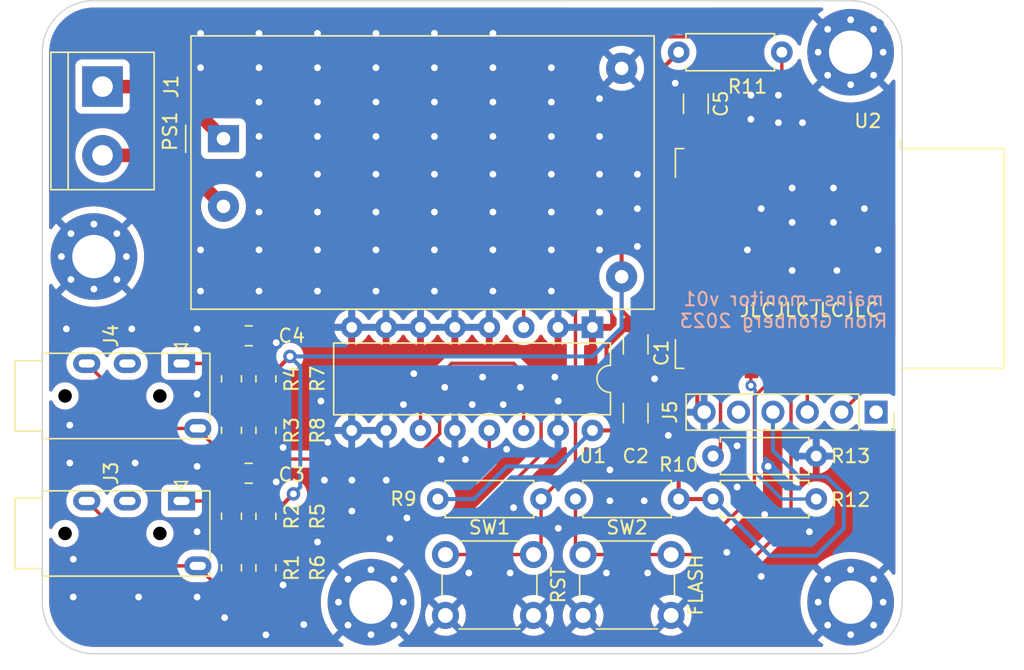
<source format=kicad_pcb>
(kicad_pcb (version 20211014) (generator pcbnew)
  (layers (0 "F.Cu" signal) (31 "B.Cu" signal) (34 "B.Paste" user) (35 "F.Paste" user) (36 "B.SilkS" user "B.Silkscreen") (37 "F.SilkS" user "F.Silkscreen") (38 "B.Mask" user) (39 "F.Mask" user) (44 "Edge.Cuts" user))
  (net 0 "")
  (net 1 "GND")
  (net 2 "+3.3V")
  (net 3 "/CT1_L")
  (net 4 "/CT1_K")
  (net 5 "/CT2_L")
  (net 6 "/CT2_K")
  (net 8 "/SERIAL_RX")
  (net 9 "/SERIAL_TX")
  (net 11 "/HOT")
  (net 12 "/COMMON")
  (net 13 "/RST")
  (net 14 "/FLASH")
  (net 15 "/EN")
  (net 16 "/HI_BOOT")
  (net 17 "/LOW_BOOT")
  (net 18 "/SENSE")
  (net 19 "/SEL")
  (net 31 "Net-(R1-Pad2)")
  (net 32 "Net-(R3-Pad2)")
  (footprint "Capacitor_SMD:C_1206_3216Metric" (layer "F.Cu") (at 64.135 55.88 90)
    (fp_text reference "C2" (at -3.175 0) (layer "F.SilkS"))
    (fp_text value "0.1uF")
    (pad "1" smd roundrect (at -1.475 0 90) (size 1.15 1.8) (layers "F.Cu" "F.Paste" "F.Mask") (roundrect_rratio 0.2173913043) (net 2 "+3.3V"))
    (pad "2" smd roundrect (at 1.475 0 90) (size 1.15 1.8) (layers "F.Cu" "F.Paste" "F.Mask") (roundrect_rratio 0.2173913043) (net 1 "GND"))
  )
  (footprint "RF_Module:ESP-12E" (layer "F.Cu") (at 79.19 44.45 -90)
    (fp_text reference "U2" (at -10.16 -2.09 180) (layer "F.SilkS"))
    (fp_text value "ESP-12F")
    (pad "1" smd rect (at -7.6 -3.5 270) (size 2.5 1) (layers "F.Cu" "F.Paste" "F.Mask") (net 13 "/RST"))
    (pad "2" smd rect (at -7.6 -1.5 270) (size 2.5 1) (layers "F.Cu" "F.Paste" "F.Mask") (net 18 "/SENSE"))
    (pad "3" smd rect (at -7.6 0.5 270) (size 2.5 1) (layers "F.Cu" "F.Paste" "F.Mask") (net 15 "/EN"))
    (pad "4" smd rect (at -7.6 2.5 270) (size 2.5 1) (layers "F.Cu" "F.Paste" "F.Mask"))
    (pad "5" smd rect (at -7.6 4.5 270) (size 2.5 1) (layers "F.Cu" "F.Paste" "F.Mask"))
    (pad "6" smd rect (at -7.6 6.5 270) (size 2.5 1) (layers "F.Cu" "F.Paste" "F.Mask"))
    (pad "7" smd rect (at -7.6 8.5 270) (size 2.5 1) (layers "F.Cu" "F.Paste" "F.Mask"))
    (pad "8" smd rect (at -7.6 10.5 270) (size 2.5 1) (layers "F.Cu" "F.Paste" "F.Mask") (net 2 "+3.3V"))
    (pad "9" smd rect (at -5 12 270) (size 1 1.8) (layers "F.Cu" "F.Paste" "F.Mask"))
    (pad "10" smd rect (at -3 12 270) (size 1 1.8) (layers "F.Cu" "F.Paste" "F.Mask"))
    (pad "11" smd rect (at -1 12 270) (size 1 1.8) (layers "F.Cu" "F.Paste" "F.Mask"))
    (pad "12" smd rect (at 1 12 270) (size 1 1.8) (layers "F.Cu" "F.Paste" "F.Mask"))
    (pad "13" smd rect (at 3 12 270) (size 1 1.8) (layers "F.Cu" "F.Paste" "F.Mask"))
    (pad "14" smd rect (at 5 12 270) (size 1 1.8) (layers "F.Cu" "F.Paste" "F.Mask"))
    (pad "15" smd rect (at 7.6 10.5 270) (size 2.5 1) (layers "F.Cu" "F.Paste" "F.Mask") (net 1 "GND"))
    (pad "16" smd rect (at 7.6 8.5 270) (size 2.5 1) (layers "F.Cu" "F.Paste" "F.Mask") (net 17 "/LOW_BOOT"))
    (pad "17" smd rect (at 7.6 6.5 270) (size 2.5 1) (layers "F.Cu" "F.Paste" "F.Mask") (net 16 "/HI_BOOT"))
    (pad "18" smd rect (at 7.6 4.5 270) (size 2.5 1) (layers "F.Cu" "F.Paste" "F.Mask") (net 14 "/FLASH"))
    (pad "19" smd rect (at 7.6 2.5 270) (size 2.5 1) (layers "F.Cu" "F.Paste" "F.Mask") (net 19 "/SEL"))
    (pad "20" smd rect (at 7.6 0.5 270) (size 2.5 1) (layers "F.Cu" "F.Paste" "F.Mask"))
    (pad "21" smd rect (at 7.6 -1.5 270) (size 2.5 1) (layers "F.Cu" "F.Paste" "F.Mask") (net 9 "/SERIAL_TX"))
    (pad "22" smd rect (at 7.6 -3.5 270) (size 2.5 1) (layers "F.Cu" "F.Paste" "F.Mask") (net 8 "/SERIAL_RX"))
    (zone (net 0) (net_name "") (layers *.Cu) (connect_pads (clearance 0)) (min_thickness 0.254)
      (keepout (tracks not_allowed) (vias not_allowed) (pads not_allowed) (copperpour not_allowed) (footprints not_allowed))
      (fill (thermal_gap 0.508) (thermal_bridge_width 0.508))
      (polygon (pts (xy 83.99 36.33) (xy 83.99 52.57) (xy 91.31 52.57) (xy 91.31 36.33)))
    )
  )
  (footprint "Button_Switch_THT:SW_PUSH_6mm" (layer "F.Cu") (at 50.09 66.33)
    (fp_text reference "SW1" (at 3.25 -2) (layer "F.SilkS"))
    (fp_text value "RST" (at 8.33 2.25 270) (layer "F.SilkS"))
    (pad "1" thru_hole circle (at 0 0 90) (size 2 2) (drill 1.1) (layers *.Cu *.Mask) (net 13 "/RST"))
    (pad "1" thru_hole circle (at 6.5 0 90) (size 2 2) (drill 1.1) (layers *.Cu *.Mask) (net 13 "/RST"))
    (pad "2" thru_hole circle (at 6.5 4.5 90) (size 2 2) (drill 1.1) (layers *.Cu *.Mask) (net 1 "GND"))
    (pad "2" thru_hole circle (at 0 4.5 90) (size 2 2) (drill 1.1) (layers *.Cu *.Mask) (net 1 "GND"))
  )
  (footprint "Resistor_SMD:R_0805_2012Metric" (layer "F.Cu") (at 36.83 63.5075 -90)
    (fp_text reference "R5" (at 0 -3.81 90) (layer "F.SilkS"))
    (fp_text value "100KR")
    (pad "1" smd roundrect (at -0.9125 0 270) (size 1.025 1.4) (layers "F.Cu" "F.Paste" "F.Mask") (roundrect_rratio 0.243902439) (net 2 "+3.3V"))
    (pad "2" smd roundrect (at 0.9125 0 270) (size 1.025 1.4) (layers "F.Cu" "F.Paste" "F.Mask") (roundrect_rratio 0.243902439) (net 4 "/CT1_K"))
  )
  (footprint "Resistor_SMD:R_0805_2012Metric" (layer "F.Cu") (at 36.83 53.3475 -90)
    (fp_text reference "R7" (at 0 -3.81 90) (layer "F.SilkS"))
    (fp_text value "100KR")
    (pad "1" smd roundrect (at -0.9125 0 270) (size 1.025 1.4) (layers "F.Cu" "F.Paste" "F.Mask") (roundrect_rratio 0.243902439) (net 2 "+3.3V"))
    (pad "2" smd roundrect (at 0.9125 0 270) (size 1.025 1.4) (layers "F.Cu" "F.Paste" "F.Mask") (roundrect_rratio 0.243902439) (net 6 "/CT2_K"))
  )
  (footprint "MountingHole:MountingHole_3.2mm_M3_Pad_Via" (layer "F.Cu") (at 80.01 69.85)
    (fp_text reference "H3" hide)
    (fp_text value "MountingHole_Pad")
    (pad "1" thru_hole circle (at -1.697056 1.697056) (size 0.8 0.8) (drill 0.5) (layers *.Cu *.Mask) (net 1 "GND"))
    (pad "1" thru_hole circle (at 0 2.4) (size 0.8 0.8) (drill 0.5) (layers *.Cu *.Mask) (net 1 "GND"))
    (pad "1" thru_hole circle (at 0 -2.4) (size 0.8 0.8) (drill 0.5) (layers *.Cu *.Mask) (net 1 "GND"))
    (pad "1" thru_hole circle (at 1.697056 -1.697056) (size 0.8 0.8) (drill 0.5) (layers *.Cu *.Mask) (net 1 "GND"))
    (pad "1" thru_hole circle (at 0 0) (size 6.4 6.4) (drill 3.2) (layers *.Cu *.Mask) (net 1 "GND"))
    (pad "1" thru_hole circle (at -2.4 0) (size 0.8 0.8) (drill 0.5) (layers *.Cu *.Mask) (net 1 "GND"))
    (pad "1" thru_hole circle (at -1.697056 -1.697056) (size 0.8 0.8) (drill 0.5) (layers *.Cu *.Mask) (net 1 "GND"))
    (pad "1" thru_hole circle (at 1.697056 1.697056) (size 0.8 0.8) (drill 0.5) (layers *.Cu *.Mask) (net 1 "GND"))
    (pad "1" thru_hole circle (at 2.4 0) (size 0.8 0.8) (drill 0.5) (layers *.Cu *.Mask) (net 1 "GND"))
  )
  (footprint "Resistor_THT:R_Axial_DIN0207_L6.3mm_D2.5mm_P7.62mm_Horizontal" (layer "F.Cu") (at 67.31 29.21)
    (fp_text reference "R11" (at 5.08 2.54) (layer "F.SilkS"))
    (fp_text value "10KR")
    (pad "1" thru_hole circle (at 0 0) (size 1.6 1.6) (drill 0.8) (layers *.Cu *.Mask) (net 2 "+3.3V"))
    (pad "2" thru_hole oval (at 7.62 0) (size 1.6 1.6) (drill 0.8) (layers *.Cu *.Mask) (net 15 "/EN"))
  )
  (footprint "MountingHole:MountingHole_3.2mm_M3_Pad_Via" (layer "F.Cu") (at 24.13 44.31)
    (fp_text reference "H1" hide)
    (fp_text value "MountingHole_Pad")
    (pad "1" thru_hole circle (at -1.697056 -1.697056) (size 0.8 0.8) (drill 0.5) (layers *.Cu *.Mask) (net 1 "GND"))
    (pad "1" thru_hole circle (at 1.697056 -1.697056) (size 0.8 0.8) (drill 0.5) (layers *.Cu *.Mask) (net 1 "GND"))
    (pad "1" thru_hole circle (at -2.4 0) (size 0.8 0.8) (drill 0.5) (layers *.Cu *.Mask) (net 1 "GND"))
    (pad "1" thru_hole circle (at 2.4 0) (size 0.8 0.8) (drill 0.5) (layers *.Cu *.Mask) (net 1 "GND"))
    (pad "1" thru_hole circle (at 1.697056 1.697056) (size 0.8 0.8) (drill 0.5) (layers *.Cu *.Mask) (net 1 "GND"))
    (pad "1" thru_hole circle (at -1.697056 1.697056) (size 0.8 0.8) (drill 0.5) (layers *.Cu *.Mask) (net 1 "GND"))
    (pad "1" thru_hole circle (at 0 -2.4) (size 0.8 0.8) (drill 0.5) (layers *.Cu *.Mask) (net 1 "GND"))
    (pad "1" thru_hole circle (at 0 2.4) (size 0.8 0.8) (drill 0.5) (layers *.Cu *.Mask) (net 1 "GND"))
    (pad "1" thru_hole circle (at 0 0) (size 6.4 6.4) (drill 3.2) (layers *.Cu *.Mask) (net 1 "GND"))
  )
  (footprint "Resistor_SMD:R_0805_2012Metric" (layer "F.Cu") (at 34.29 53.34 90)
    (fp_text reference "R4" (at -0.0075 4.445 90) (layer "F.SilkS"))
    (fp_text value "3.3R")
    (pad "1" smd roundrect (at -0.9125 0 90) (size 1.025 1.4) (layers "F.Cu" "F.Paste" "F.Mask") (roundrect_rratio 0.243902439) (net 32 "Net-(R3-Pad2)"))
    (pad "2" smd roundrect (at 0.9125 0 90) (size 1.025 1.4) (layers "F.Cu" "F.Paste" "F.Mask") (roundrect_rratio 0.243902439) (net 6 "/CT2_K"))
  )
  (footprint "Capacitor_SMD:C_1206_3216Metric" (layer "F.Cu") (at 64.135 50.8 -90)
    (fp_text reference "C1" (at 0.635 -1.905 90) (layer "F.SilkS"))
    (fp_text value "10uF")
    (pad "1" smd roundrect (at -1.475 0 270) (size 1.15 1.8) (layers "F.Cu" "F.Paste" "F.Mask") (roundrect_rratio 0.2173913043) (net 2 "+3.3V"))
    (pad "2" smd roundrect (at 1.475 0 270) (size 1.15 1.8) (layers "F.Cu" "F.Paste" "F.Mask") (roundrect_rratio 0.2173913043) (net 1 "GND"))
  )
  (footprint "Resistor_SMD:R_0805_2012Metric" (layer "F.Cu") (at 36.83 57.1575 -90)
    (fp_text reference "R8" (at 0 -3.81 90) (layer "F.SilkS"))
    (fp_text value "18KR")
    (pad "1" smd roundrect (at -0.9125 0 270) (size 1.025 1.4) (layers "F.Cu" "F.Paste" "F.Mask") (roundrect_rratio 0.243902439) (net 6 "/CT2_K"))
    (pad "2" smd roundrect (at 0.9125 0 270) (size 1.025 1.4) (layers "F.Cu" "F.Paste" "F.Mask") (roundrect_rratio 0.243902439) (net 1 "GND"))
  )
  (footprint "Resistor_SMD:R_0805_2012Metric" (layer "F.Cu") (at 34.29 63.5 90)
    (fp_text reference "R2" (at 0 4.445 90) (layer "F.SilkS"))
    (fp_text value "3.3R")
    (pad "1" smd roundrect (at -0.9125 0 90) (size 1.025 1.4) (layers "F.Cu" "F.Paste" "F.Mask") (roundrect_rratio 0.243902439) (net 31 "Net-(R1-Pad2)"))
    (pad "2" smd roundrect (at 0.9125 0 90) (size 1.025 1.4) (layers "F.Cu" "F.Paste" "F.Mask") (roundrect_rratio 0.243902439) (net 4 "/CT1_K"))
  )
  (footprint "Connector_PinSocket_2.54mm:PinSocket_1x06_P2.54mm_Vertical" (layer "F.Cu") (at 81.89 55.805 -90)
    (fp_text reference "J5" (at 0 15.215 90) (layer "F.SilkS"))
    (fp_text value "Conn_01x06_Female")
    (pad "1" thru_hole rect (at 0 0 270) (size 1.7 1.7) (drill 1) (layers *.Cu *.Mask))
    (pad "2" thru_hole oval (at 0 2.54 270) (size 1.7 1.7) (drill 1) (layers *.Cu *.Mask) (net 8 "/SERIAL_RX"))
    (pad "3" thru_hole oval (at 0 5.08 270) (size 1.7 1.7) (drill 1) (layers *.Cu *.Mask) (net 9 "/SERIAL_TX"))
    (pad "4" thru_hole oval (at 0 7.62 270) (size 1.7 1.7) (drill 1) (layers *.Cu *.Mask) (net 2 "+3.3V"))
    (pad "5" thru_hole oval (at 0 10.16 270) (size 1.7 1.7) (drill 1) (layers *.Cu *.Mask))
    (pad "6" thru_hole oval (at 0 12.7 270) (size 1.7 1.7) (drill 1) (layers *.Cu *.Mask) (net 1 "GND"))
  )
  (footprint "Resistor_THT:R_Axial_DIN0207_L6.3mm_D2.5mm_P7.62mm_Horizontal" (layer "F.Cu") (at 69.85 59.055)
    (fp_text reference "R13" (at 10.16 0) (layer "F.SilkS"))
    (fp_text value "10KR")
    (pad "1" thru_hole circle (at 0 0) (size 1.6 1.6) (drill 0.8) (layers *.Cu *.Mask) (net 17 "/LOW_BOOT"))
    (pad "2" thru_hole oval (at 7.62 0) (size 1.6 1.6) (drill 0.8) (layers *.Cu *.Mask) (net 1 "GND"))
  )
  (footprint "PJ-320A:Jack_3.5mm_PJ320A_Horizontal" (layer "F.Cu") (at 25.4 64.77 90)
    (fp_text reference "J3" (at 4.445 0 90) (layer "F.SilkS"))
    (fp_text value "AudioPlug3")
    (pad "" np_thru_hole circle (at 0 3.6) (size 1 1) (drill 1) (layers *.Mask))
    (pad "" np_thru_hole circle (at 0 -3.4) (size 1 1) (drill 1) (layers *.Mask))
    (pad "R" thru_hole oval (at 2.4 1.2) (size 2 1.4) (drill oval 1.2 0.6) (layers *.Cu *.Mask))
    (pad "S" thru_hole oval (at -2.4 6.4) (size 2 1.4) (drill oval 1.2 0.6) (layers *.Cu *.Mask) (net 3 "/CT1_L"))
    (pad "S" thru_hole oval (at 2.4 -1.8) (size 2 1.4) (drill oval 1.2 0.6) (layers *.Cu *.Mask) (net 3 "/CT1_L"))
    (pad "T" thru_hole rect (at 2.4 5.2) (size 2 1.4) (drill oval 1.2 0.6) (layers *.Cu *.Mask) (net 4 "/CT1_K"))
  )
  (footprint "TerminalBlock:TerminalBlock_bornier-2_P5.08mm" (layer "F.Cu") (at 24.765 31.75 -90)
    (fp_text reference "J1" (at 0 -5.08 -90) (layer "F.SilkS"))
    (fp_text value "Screw_Terminal_01x02")
    (pad "1" thru_hole rect (at 0 0 270) (size 3 3) (drill 1.52) (layers *.Cu *.Mask) (net 11 "/HOT"))
    (pad "2" thru_hole circle (at 5.08 0 270) (size 3 3) (drill 1.52) (layers *.Cu *.Mask) (net 12 "/COMMON"))
  )
  (footprint "Resistor_THT:R_Axial_DIN0207_L6.3mm_D2.5mm_P7.62mm_Horizontal" (layer "F.Cu") (at 49.53 62.23)
    (fp_text reference "R9" (at -2.54 -0.01) (layer "F.SilkS"))
    (fp_text value "10KR")
    (pad "1" thru_hole circle (at 0 0) (size 1.6 1.6) (drill 0.8) (layers *.Cu *.Mask) (net 2 "+3.3V"))
    (pad "2" thru_hole oval (at 7.62 0) (size 1.6 1.6) (drill 0.8) (layers *.Cu *.Mask) (net 13 "/RST"))
  )
  (footprint "Package_DIP:DIP-16_W7.62mm" (layer "F.Cu") (at 60.945 49.54 -90)
    (fp_text reference "U1" (at 9.515 -0.015 180) (layer "F.SilkS"))
    (fp_text value "CD4051B")
    (pad "1" thru_hole rect (at 0 0 270) (size 1.6 1.6) (drill 0.8) (layers *.Cu *.Mask) (net 1 "GND"))
    (pad "2" thru_hole oval (at 0 2.54 270) (size 1.6 1.6) (drill 0.8) (layers *.Cu *.Mask) (net 1 "GND"))
    (pad "3" thru_hole oval (at 0 5.08 270) (size 1.6 1.6) (drill 0.8) (layers *.Cu *.Mask) (net 18 "/SENSE"))
    (pad "4" thru_hole oval (at 0 7.62 270) (size 1.6 1.6) (drill 0.8) (layers *.Cu *.Mask) (net 1 "GND"))
    (pad "5" thru_hole oval (at 0 10.16 270) (size 1.6 1.6) (drill 0.8) (layers *.Cu *.Mask) (net 1 "GND"))
    (pad "6" thru_hole oval (at 0 12.7 270) (size 1.6 1.6) (drill 0.8) (layers *.Cu *.Mask) (net 1 "GND"))
    (pad "7" thru_hole oval (at 0 15.24 270) (size 1.6 1.6) (drill 0.8) (layers *.Cu *.Mask) (net 1 "GND"))
    (pad "8" thru_hole oval (at 0 17.78 270) (size 1.6 1.6) (drill 0.8) (layers *.Cu *.Mask) (net 1 "GND"))
    (pad "9" thru_hole oval (at 7.62 17.78 270) (size 1.6 1.6) (drill 0.8) (layers *.Cu *.Mask) (net 1 "GND"))
    (pad "10" thru_hole oval (at 7.62 15.24 270) (size 1.6 1.6) (drill 0.8) (layers *.Cu *.Mask) (net 1 "GND"))
    (pad "11" thru_hole oval (at 7.62 12.7 270) (size 1.6 1.6) (drill 0.8) (layers *.Cu *.Mask) (net 19 "/SEL"))
    (pad "12" thru_hole oval (at 7.62 10.16 270) (size 1.6 1.6) (drill 0.8) (layers *.Cu *.Mask) (net 1 "GND"))
    (pad "13" thru_hole oval (at 7.62 7.62 270) (size 1.6 1.6) (drill 0.8) (layers *.Cu *.Mask) (net 3 "/CT1_L"))
    (pad "14" thru_hole oval (at 7.62 5.08 270) (size 1.6 1.6) (drill 0.8) (layers *.Cu *.Mask) (net 5 "/CT2_L"))
    (pad "15" thru_hole oval (at 7.62 2.54 270) (size 1.6 1.6) (drill 0.8) (layers *.Cu *.Mask) (net 1 "GND"))
    (pad "16" thru_hole oval (at 7.62 0 270) (size 1.6 1.6) (drill 0.8) (layers *.Cu *.Mask) (net 2 "+3.3V"))
  )
  (footprint "Capacitor_SMD:C_0805_2012Metric" (layer "F.Cu") (at 35.56 50.165)
    (fp_text reference "C4" (at 3.175 0) (layer "F.SilkS"))
    (fp_text value "10uF")
    (pad "1" smd roundrect (at -0.95 0) (size 1 1.45) (layers "F.Cu" "F.Paste" "F.Mask") (net 6 "/CT2_K"))
    (pad "2" smd roundrect (at 0.95 0) (size 1 1.45) (layers "F.Cu" "F.Paste" "F.Mask") (net 1 "GND"))
  )
  (footprint "Resistor_SMD:R_0805_2012Metric" (layer "F.Cu") (at 36.83 67.3175 -90)
    (fp_text reference "R6" (at 0 -3.81 90) (layer "F.SilkS"))
    (fp_text value "18KR")
    (pad "1" smd roundrect (at -0.9125 0 270) (size 1.025 1.4) (layers "F.Cu" "F.Paste" "F.Mask") (roundrect_rratio 0.243902439) (net 4 "/CT1_K"))
    (pad "2" smd roundrect (at 0.9125 0 270) (size 1.025 1.4) (layers "F.Cu" "F.Paste" "F.Mask") (roundrect_rratio 0.243902439) (net 1 "GND"))
  )
  (footprint "PJ-320A:Jack_3.5mm_PJ320A_Horizontal" (layer "F.Cu") (at 25.4 54.61 90)
    (fp_text reference "J4" (at 4.445 0 90) (layer "F.SilkS"))
    (fp_text value "AudioPlug3")
    (pad "" np_thru_hole circle (at 0 3.6) (size 1 1) (drill 1) (layers *.Mask))
    (pad "" np_thru_hole circle (at 0 -3.4) (size 1 1) (drill 1) (layers *.Mask))
    (pad "R" thru_hole oval (at 2.4 1.2) (size 2 1.4) (drill oval 1.2 0.6) (layers *.Cu *.Mask))
    (pad "S" thru_hole oval (at 2.4 -1.8) (size 2 1.4) (drill oval 1.2 0.6) (layers *.Cu *.Mask) (net 5 "/CT2_L"))
    (pad "S" thru_hole oval (at -2.4 6.4) (size 2 1.4) (drill oval 1.2 0.6) (layers *.Cu *.Mask) (net 5 "/CT2_L"))
    (pad "T" thru_hole rect (at 2.4 5.2) (size 2 1.4) (drill oval 1.2 0.6) (layers *.Cu *.Mask) (net 6 "/CT2_K"))
  )
  (footprint "Capacitor_SMD:C_0805_2012Metric" (layer "F.Cu") (at 35.56 60.325)
    (fp_text reference "C3" (at 3.175 0.1) (layer "F.SilkS"))
    (fp_text value "10uF")
    (pad "1" smd roundrect (at -0.95 0) (size 1 1.45) (layers "F.Cu" "F.Paste" "F.Mask") (net 4 "/CT1_K"))
    (pad "2" smd roundrect (at 0.95 0) (size 1 1.45) (layers "F.Cu" "F.Paste" "F.Mask") (net 1 "GND"))
  )
  (footprint "Resistor_THT:R_Axial_DIN0207_L6.3mm_D2.5mm_P7.62mm_Horizontal" (layer "F.Cu") (at 67.31 62.23 180)
    (fp_text reference "R10" (at 0 2.54) (layer "F.SilkS"))
    (fp_text value "10KR")
    (pad "1" thru_hole circle (at 0 0 180) (size 1.6 1.6) (drill 0.8) (layers *.Cu *.Mask) (net 2 "+3.3V"))
    (pad "2" thru_hole oval (at 7.62 0 180) (size 1.6 1.6) (drill 0.8) (layers *.Cu *.Mask) (net 14 "/FLASH"))
  )
  (footprint "Resistor_THT:R_Axial_DIN0207_L6.3mm_D2.5mm_P7.62mm_Horizontal" (layer "F.Cu") (at 69.85 62.23)
    (fp_text reference "R12" (at 10.16 0.055) (layer "F.SilkS"))
    (fp_text value "10KR")
    (pad "1" thru_hole circle (at 0 0) (size 1.6 1.6) (drill 0.8) (layers *.Cu *.Mask) (net 2 "+3.3V"))
    (pad "2" thru_hole oval (at 7.62 0) (size 1.6 1.6) (drill 0.8) (layers *.Cu *.Mask) (net 16 "/HI_BOOT"))
  )
  (footprint "Resistor_SMD:R_0805_2012Metric" (layer "F.Cu") (at 34.29 67.31 90)
    (fp_text reference "R1" (at -0.0075 4.445 90) (layer "F.SilkS"))
    (fp_text value "3.3R")
    (pad "1" smd roundrect (at -0.9125 0 90) (size 1.025 1.4) (layers "F.Cu" "F.Paste" "F.Mask") (roundrect_rratio 0.243902439) (net 3 "/CT1_L"))
    (pad "2" smd roundrect (at 0.9125 0 90) (size 1.025 1.4) (layers "F.Cu" "F.Paste" "F.Mask") (roundrect_rratio 0.243902439) (net 31 "Net-(R1-Pad2)"))
  )
  (footprint "Capacitor_SMD:C_1206_3216Metric" (layer "F.Cu") (at 68.58 33.02 -90)
    (fp_text reference "C5" (at 0 -1.85 90) (layer "F.SilkS"))
    (fp_text value "22uF")
    (pad "1" smd roundrect (at -1.475 0 270) (size 1.15 1.8) (layers "F.Cu" "F.Paste" "F.Mask") (roundrect_rratio 0.2173913043) (net 1 "GND"))
    (pad "2" smd roundrect (at 1.475 0 270) (size 1.15 1.8) (layers "F.Cu" "F.Paste" "F.Mask") (roundrect_rratio 0.2173913043) (net 2 "+3.3V"))
  )
  (footprint "Resistor_SMD:R_0805_2012Metric" (layer "F.Cu") (at 34.29 57.15 90)
    (fp_text reference "R3" (at -0.0075 4.445 90) (layer "F.SilkS"))
    (fp_text value "3.3R")
    (pad "1" smd roundrect (at -0.9125 0 90) (size 1.025 1.4) (layers "F.Cu" "F.Paste" "F.Mask") (roundrect_rratio 0.243902439) (net 5 "/CT2_L"))
    (pad "2" smd roundrect (at 0.9125 0 90) (size 1.025 1.4) (layers "F.Cu" "F.Paste" "F.Mask") (roundrect_rratio 0.243902439) (net 32 "Net-(R3-Pad2)"))
  )
  (footprint "Button_Switch_THT:SW_PUSH_6mm" (layer "F.Cu") (at 60.25 66.33)
    (fp_text reference "SW2" (at 3.25 -2) (layer "F.SilkS"))
    (fp_text value "FLASH" (at 8.33 2.25 270) (layer "F.SilkS"))
    (pad "1" thru_hole circle (at 6.5 0 90) (size 2 2) (drill 1.1) (layers *.Cu *.Mask) (net 14 "/FLASH"))
    (pad "1" thru_hole circle (at 0 0 90) (size 2 2) (drill 1.1) (layers *.Cu *.Mask) (net 14 "/FLASH"))
    (pad "2" thru_hole circle (at 6.5 4.5 90) (size 2 2) (drill 1.1) (layers *.Cu *.Mask) (net 1 "GND"))
    (pad "2" thru_hole circle (at 0 4.5 90) (size 2 2) (drill 1.1) (layers *.Cu *.Mask) (net 1 "GND"))
  )
  (footprint "MountingHole:MountingHole_3.2mm_M3_Pad_Via" (layer "F.Cu") (at 44.59 69.85)
    (fp_text reference "H2" hide)
    (fp_text value "MountingHole_Pad")
    (pad "1" thru_hole circle (at -1.697056 -1.697056) (size 0.8 0.8) (drill 0.5) (layers *.Cu *.Mask) (net 1 "GND"))
    (pad "1" thru_hole circle (at 0 -2.4) (size 0.8 0.8) (drill 0.5) (layers *.Cu *.Mask) (net 1 "GND"))
    (pad "1" thru_hole circle (at 0 2.4) (size 0.8 0.8) (drill 0.5) (layers *.Cu *.Mask) (net 1 "GND"))
    (pad "1" thru_hole circle (at 1.697056 1.697056) (size 0.8 0.8) (drill 0.5) (layers *.Cu *.Mask) (net 1 "GND"))
    (pad "1" thru_hole circle (at 1.697056 -1.697056) (size 0.8 0.8) (drill 0.5) (layers *.Cu *.Mask) (net 1 "GND"))
    (pad "1" thru_hole circle (at -1.697056 1.697056) (size 0.8 0.8) (drill 0.5) (layers *.Cu *.Mask) (net 1 "GND"))
    (pad "1" thru_hole circle (at 0 0) (size 6.4 6.4) (drill 3.2) (layers *.Cu *.Mask) (net 1 "GND"))
    (pad "1" thru_hole circle (at -2.4 0) (size 0.8 0.8) (drill 0.5) (layers *.Cu *.Mask) (net 1 "GND"))
    (pad "1" thru_hole circle (at 2.4 0) (size 0.8 0.8) (drill 0.5) (layers *.Cu *.Mask) (net 1 "GND"))
  )
  (footprint "Converter_ACDC:Converter_ACDC_HiLink_HLK-PMxx" (layer "F.Cu") (at 33.6975 35.6)
    (fp_text reference "PS1" (at -3.94 -0.55 90) (layer "F.SilkS"))
    (fp_text value "HLK-PM03")
    (pad "1" thru_hole rect (at 0 0) (size 2.3 2) (drill 1) (layers *.Cu *.Mask) (net 11 "/HOT"))
    (pad "2" thru_hole circle (at 0 5) (size 2.3 2.3) (drill 1) (layers *.Cu *.Mask) (net 12 "/COMMON"))
    (pad "3" thru_hole circle (at 29.4 -5.2) (size 2.3 2.3) (drill 1) (layers *.Cu *.Mask) (net 1 "GND"))
    (pad "4" thru_hole circle (at 29.4 10.2) (size 2.3 2.3) (drill 1) (layers *.Cu *.Mask) (net 2 "+3.3V"))
  )
  (footprint "MountingHole:MountingHole_3.2mm_M3_Pad_Via" (layer "F.Cu") (at 80.01 29.21)
    (fp_text reference "H4" hide)
    (fp_text value "MountingHole_Pad")
    (pad "1" thru_hole circle (at -1.697056 1.697056) (size 0.8 0.8) (drill 0.5) (layers *.Cu *.Mask) (net 1 "GND"))
    (pad "1" thru_hole circle (at -1.697056 -1.697056) (size 0.8 0.8) (drill 0.5) (layers *.Cu *.Mask) (net 1 "GND"))
    (pad "1" thru_hole circle (at 0 2.4) (size 0.8 0.8) (drill 0.5) (layers *.Cu *.Mask) (net 1 "GND"))
    (pad "1" thru_hole circle (at 0 0) (size 6.4 6.4) (drill 3.2) (layers *.Cu *.Mask) (net 1 "GND"))
    (pad "1" thru_hole circle (at 1.697056 1.697056) (size 0.8 0.8) (drill 0.5) (layers *.Cu *.Mask) (net 1 "GND"))
    (pad "1" thru_hole circle (at 1.697056 -1.697056) (size 0.8 0.8) (drill 0.5) (layers *.Cu *.Mask) (net 1 "GND"))
    (pad "1" thru_hole circle (at 0 -2.4) (size 0.8 0.8) (drill 0.5) (layers *.Cu *.Mask) (net 1 "GND"))
    (pad "1" thru_hole circle (at 2.4 0) (size 0.8 0.8) (drill 0.5) (layers *.Cu *.Mask) (net 1 "GND"))
    (pad "1" thru_hole circle (at -2.4 0) (size 0.8 0.8) (drill 0.5) (layers *.Cu *.Mask) (net 1 "GND"))
  )
  (gr_line (start 80.01 25.4) (end 24.13 25.4) (layer "Edge.Cuts") (width 0.1))
  (gr_arc (start 83.82 69.85) (mid 82.704077 72.544077) (end 80.01 73.66) (layer "Edge.Cuts") (width 0.1))
  (gr_arc (start 20.32 29.21) (mid 21.435923 26.515923) (end 24.13 25.4) (layer "Edge.Cuts") (width 0.1))
  (gr_line (start 83.82 69.85) (end 83.82 29.21) (layer "Edge.Cuts") (width 0.1))
  (gr_arc (start 24.13 73.66) (mid 21.435923 72.544077) (end 20.32 69.85) (layer "Edge.Cuts") (width 0.1))
  (gr_arc (start 80.01 25.4) (mid 82.704077 26.515923) (end 83.82 29.21) (layer "Edge.Cuts") (width 0.1))
  (gr_line (start 20.32 29.21) (end 20.32 69.85) (layer "Edge.Cuts") (width 0.1))
  (gr_line (start 24.13 73.66) (end 80.01 73.66) (layer "Edge.Cuts") (width 0.1))
  (gr_text "mains-monitor v01\nRion Gronberg 2023" (at 75.057 48.26) (layer "B.SilkS") (effects (font (size 1 1)) (justify mirror)))
  (gr_text "JLCJLCJLCJLC" (at 76.962 48.26) (layer "F.SilkS") (effects (font (size 1 1))))
  (segment (start 68.69 52.05) (end 68.69 55.305) (width 0.3) (layer "F.Cu") (net 1))
  (segment (start 36.83 68.23) (end 37.75 68.23) (width 0.3) (layer "F.Cu") (net 1))
  (segment (start 67.105 31.545) (end 67.056 31.496) (width 0.3) (layer "F.Cu") (net 1))
  (segment (start 37.75 58.07) (end 38.1 58.42) (width 0.3) (layer "F.Cu") (net 1))
  (segment (start 36.83 58.07) (end 37.75 58.07) (width 0.3) (layer "F.Cu") (net 1))
  (segment (start 64.135 53.213) (end 65.405 53.213) (width 0.3) (layer "F.Cu") (net 1))
  (segment (start 36.957 60.325) (end 37.592 60.96) (width 0.3) (layer "F.Cu") (net 1))
  (segment (start 37.084 50.165) (end 37.592 50.673) (width 0.3) (layer "F.Cu") (net 1))
  (segment (start 64.135 53.213) (end 64.135 52.275) (width 0.3) (layer "F.Cu") (net 1))
  (segment (start 37.75 68.23) (end 38.1 68.58) (width 0.3) (layer "F.Cu") (net 1))
  (segment (start 36.51 60.325) (end 36.957 60.325) (width 0.3) (layer "F.Cu") (net 1))
  (segment (start 68.58 31.545) (end 67.105 31.545) (width 0.3) (layer "F.Cu") (net 1))
  (segment (start 36.51 50.165) (end 37.084 50.165) (width 0.3) (layer "F.Cu") (net 1))
  (segment (start 68.69 55.305) (end 69.19 55.805) (width 0.3) (layer "F.Cu") (net 1))
  (segment (start 65.405 53.213) (end 65.532 53.34) (width 0.3) (layer "F.Cu") (net 1))
  (segment (start 64.135 54.405) (end 64.135 53.213) (width 0.3) (layer "F.Cu") (net 1))
  (via (at 32.004 27.813) (size 1) (drill 0.5) (layers "F.Cu" "B.Cu") (net 1))
  (via (at 37.592 50.673) (size 1) (drill 0.5) (layers "F.Cu" "B.Cu") (net 1))
  (via (at 55.118 62.865) (size 1) (drill 0.5) (layers "F.Cu" "B.Cu") (net 1))
  (via (at 78.74 41.783) (size 1) (drill 0.5) (layers "F.Cu" "B.Cu") (net 1))
  (via (at 32.004 46.863) (size 1) (drill 0.5) (layers "F.Cu" "B.Cu") (net 1))
  (via (at 49.276 32.893) (size 1) (drill 0.5) (layers "F.Cu" "B.Cu") (net 1))
  (via (at 50.038 53.975) (size 1) (drill 0.5) (layers "F.Cu" "B.Cu") (net 1))
  (via (at 82.042 43.815) (size 1) (drill 0.5) (layers "F.Cu" "B.Cu") (net 1))
  (via (at 65.024 67.691) (size 1) (drill 0.5) (layers "F.Cu" "B.Cu") (net 1))
  (via (at 31.75 49.657) (size 1) (drill 0.5) (layers "F.Cu" "B.Cu") (net 1))
  (via (at 61.468 43.815) (size 1) (drill 0.5) (layers "F.Cu" "B.Cu") (net 1))
  (via (at 64.262 38.227) (size 1) (drill 0.5) (layers "F.Cu" "B.Cu") (net 1))
  (via (at 41.148 60.833) (size 1) (drill 0.5) (layers "F.Cu" "B.Cu") (net 1))
  (via (at 74.676 32.385) (size 1) (drill 0.5) (layers "F.Cu" "B.Cu") (net 1))
  (via (at 40.64 30.353) (size 1) (drill 0.5) (layers "F.Cu" "B.Cu") (net 1))
  (via (at 22.352 56.769) (size 1) (drill 0.5) (layers "F.Cu" "B.Cu") (net 1))
  (via (at 45.72 60.833) (size 1) (drill 0.5) (layers "F.Cu" "B.Cu") (net 1))
  (via (at 40.64 46.863) (size 1) (drill 0.5) (layers "F.Cu" "B.Cu") (net 1))
  (via (at 36.322 32.893) (size 1) (drill 0.5) (layers "F.Cu" "B.Cu") (net 1))
  (via (at 81.026 40.767) (size 1) (drill 0.5) (layers "F.Cu" "B.Cu") (net 1))
  (via (at 39.624 71.501) (size 1) (drill 0.5) (layers "F.Cu" "B.Cu") (net 1))
  (via (at 71.628 61.341) (size 1) (drill 0.5) (layers "F.Cu" "B.Cu") (net 1))
  (via (at 55.626 53.975) (size 1) (drill 0.5) (layers "F.Cu" "B.Cu") (net 1))
  (via (at 61.976 67.691) (size 1) (drill 0.5) (layers "F.Cu" "B.Cu") (net 1))
  (via (at 40.64 65.405) (size 1) (drill 0.5) (layers "F.Cu" "B.Cu") (net 1))
  (via (at 76.454 34.417) (size 1) (drill 0.5) (layers "F.Cu" "B.Cu") (net 1))
  (via (at 27.432 69.469) (size 1) (drill 0.5) (layers "F.Cu" "B.Cu") (net 1))
  (via (at 57.912 35.433) (size 1) (drill 0.5) (layers "F.Cu" "B.Cu") (net 1))
  (via (at 43.18 60.833) (size 1) (drill 0.5) (layers "F.Cu" "B.Cu") (net 1))
  (via (at 40.64 35.433) (size 1) (drill 0.5) (layers "F.Cu" "B.Cu") (net 1))
  (via (at 73.914 59.817) (size 1) (drill 0.5) (layers "F.Cu" "B.Cu") (net 1))
  (via (at 72.39 43.815) (size 1) (drill 0.5) (layers "F.Cu" "B.Cu") (net 1))
  (via (at 44.958 41.021) (size 1) (drill 0.5) (layers "F.Cu" "B.Cu") (net 1))
  (via (at 64.262 40.767) (size 1) (drill 0.5) (layers "F.Cu" "B.Cu") (net 1))
  (via (at 57.912 43.815) (size 1) (drill 0.5) (layers "F.Cu" "B.Cu") (net 1))
  (via (at 65.532 53.34) (size 1) (drill 0.5) (layers "F.Cu" "B.Cu") (net 1))
  (via (at 52.832 53.213) (size 1) (drill 0.5) (layers "F.Cu" "B.Cu") (net 1))
  (via (at 53.594 38.227) (size 1) (drill 0.5) (layers "F.Cu" "B.Cu") (net 1))
  (via (at 40.64 43.815) (size 1) (drill 0.5) (layers "F.Cu" "B.Cu") (net 1))
  (via (at 57.912 41.021) (size 1) (drill 0.5) (layers "F.Cu" "B.Cu") (net 1))
  (via (at 51.562 59.309) (size 1) (drill 0.5) (layers "F.Cu" "B.Cu") (net 1))
  (via (at 61.468 41.021) (size 1) (drill 0.5) (layers "F.Cu" "B.Cu") (net 1))
  (via (at 58.42 64.389) (size 1) (drill 0.5) (layers "F.Cu" "B.Cu") (net 1))
  (via (at 54.356 55.245) (size 1) (drill 0.5) (layers "F.Cu" "B.Cu") (net 1))
  (via (at 61.468 32.639) (size 1) (drill 0.5) (layers "F.Cu" "B.Cu") (net 1))
  (via (at 78.994 45.339) (size 1) (drill 0.5) (layers "F.Cu" "B.Cu") (net 1))
  (via (at 53.594 35.433) (size 1) (drill 0.5) (layers "F.Cu" "B.Cu") (net 1))
  (via (at 49.276 41.021) (size 1) (drill 0.5) (layers "F.Cu" "B.Cu") (net 1))
  (via (at 44.958 46.863) (size 1) (drill 0.5) (layers "F.Cu" "B.Cu") (net 1))
  (via (at 41.402 58.039) (size 1) (drill 0.5) (layers "F.Cu" "B.Cu") (net 1))
  (via (at 32.004 30.353) (size 1) (drill 0.5) (layers "F.Cu" "B.Cu") (net 1))
  (via (at 40.894 54.991) (size 1) (drill 0.5) (layers "F.Cu" "B.Cu") (net 1))
  (via (at 62.23 62.357) (size 1) (drill 0.5) (layers "F.Cu" "B.Cu") (net 1))
  (via (at 49.276 27.813) (size 1) (drill 0.5) (layers "F.Cu" "B.Cu") (net 1))
  (via (at 31.75 59.817) (size 1) (drill 0.5) (layers "F.Cu" "B.Cu") (net 1))
  (via (at 36.322 46.863) (size 1) (drill 0.5) (layers "F.Cu" "B.Cu") (net 1))
  (via (at 58.166 53.213) (size 1) (drill 0.5) (layers "F.Cu" "B.Cu") (net 1))
  (via (at 54.864 67.691) (size 1) (drill 0.5) (layers "F.Cu" "B.Cu") (net 1))
  (via (at 43.18 63.119) (size 1) (drill 0.5) (layers "F.Cu" "B.Cu") (net 1))
  (via (at 36.322 38.227) (size 1) (drill 0.5) (layers "F.Cu" "B.Cu") (net 1))
  (via (at 40.64 38.227) (size 1) (drill 0.5) (layers "F.Cu" "B.Cu") (net 1))
  (via (at 32.004 43.815) (size 1) (drill 0.5) (layers "F.Cu" "B.Cu") (net 1))
  (via (at 74.676 34.417) (size 1) (drill 0.5) (layers "F.Cu" "B.Cu") (net 1))
  (via (at 40.64 32.893) (size 1) (drill 0.5) (layers "F.Cu" "B.Cu") (net 1))
  (via (at 76.962 64.643) (size 1) (drill 0.5) (layers "F.Cu" "B.Cu") (net 1))
  (via (at 78.74 39.243) (size 1) (drill 0.5) (layers "F.Cu" "B.Cu") (net 1))
  (via (at 38.1 68.58) (size 1) (drill 0.5) (layers "F.Cu" "B.Cu") (net 1))
  (via (at 54.61 58.547) (size 1) (drill 0.5) (layers "F.Cu" "B.Cu") (net 1))
  (via (at 36.322 43.815) (size 1) (drill 0.5) (layers "F.Cu" "B.Cu") (net 1))
  (via (at 61.468 38.227) (size 1) (drill 0.5) (layers "F.Cu" "B.Cu") (net 1))
  (via (at 75.692 39.243) (size 1) (drill 0.5) (layers "F.Cu" "B.Cu") (net 1))
  (via (at 49.276 30.353) (size 1) (drill 0.5) (layers "F.Cu" "B.Cu") (net 1))
  (via (at 49.784 59.309) (size 1) (drill 0.5) (layers "F.Cu" "B.Cu") (net 1))
  (via (at 31.75 69.469) (size 1) (drill 0.5) (layers "F.Cu" "B.Cu") (net 1))
  (via (at 67.056 31.496) (size 1) (drill 0.5) (layers "F.Cu" "B.Cu") (net 1))
  (via (at 75.692 45.339) (size 1) (drill 0.5) (layers "F.Cu" "B.Cu") (net 1))
  (via (at 53.594 46.863) (size 1) (drill 0.5) (layers "F.Cu" "B.Cu") (net 1))
  (via (at 38.1 58.42) (size 1) (drill 0.5) (layers "F.Cu" "B.Cu") (net 1))
  (via (at 44.958 43.815) (size 1) (drill 0.5) (layers "F.Cu" "B.Cu") (net 1))
  (via (at 40.64 41.021) (size 1) (drill 0.5) (layers "F.Cu" "B.Cu") (net 1))
  (via (at 22.606 69.469) (size 1) (drill 0.5) (layers "F.Cu" "B.Cu") (net 1))
  (via (at 45.974 65.151) (size 1) (drill 0.5) (layers "F.Cu" "B.Cu") (net 1))
  (via (at 61.468 35.433) (size 1) (drill 0.5) (layers "F.Cu" "B.Cu") (net 1))
  (via (at 57.912 32.893) (size 1) (drill 0.5) (layers "F.Cu" "B.Cu") (net 1))
  (via (at 47.752 52.959) (size 1) (drill 0.5) (layers "F.Cu" "B.Cu") (net 1))
  (via (at 64.262 43.561) (size 1) (drill 0.5) (layers "F.Cu" "B.Cu") (net 1))
  (via (at 22.352 59.563) (size 1) (drill 0.5) (layers "F.Cu" "B.Cu") (net 1))
  (via (at 71.628 58.293) (size 1) (drill 0.5) (layers "F.Cu" "B.Cu") (net 1))
  (via (at 44.958 35.433) (size 1) (drill 0.5) (layers "F.Cu" "B.Cu") (net 1))
  (via (at 40.64 27.813) (size 1) (drill 0.5) (layers "F.Cu" "B.Cu") (net 1))
  (via (at 57.912 46.863) (size 1) (drill 0.5) (layers "F.Cu" "B.Cu") (net 1))
  (via (at 73.406 40.767) (size 1) (drill 0.5) (layers "F.Cu" "B.Cu") (net 1))
  (via (at 66.548 57.531) (size 1) (drill 0.5) (layers "F.Cu" "B.Cu") (net 1))
  (via (at 44.958 32.893) (size 1) (drill 0.5) (layers "F.Cu" "B.Cu") (net 1))
  (via (at 36.322 41.021) (size 1) (drill 0.5) (layers "F.Cu" "B.Cu") (net 1))
  (via (at 44.958 27.813) (size 1) (drill 0.5) (layers "F.Cu" "B.Cu") (net 1))
  (via (at 53.594 43.815) (size 1) (drill 0.5) (layers "F.Cu" "B.Cu") (net 1))
  (via (at 27.178 59.563) (size 1) (drill 0.5) (layers "F.Cu" "B.Cu") (net 1))
  (via (at 36.83 72.263) (size 1) (drill 0.5) (layers "F.Cu" "B.Cu") (net 1))
  (via (at 72.644 32.385) (size 1) (drill 0.5) (layers "F.Cu" "B.Cu") (net 1))
  (via (at 53.594 32.893) (size 1) (drill 0.5) (layers "F.Cu" "B.Cu") (net 1))
  (via (at 22.098 49.657) (size 1) (drill 0.5) (layers "F.Cu" "B.Cu") (net 1))
  (via (at 36.322 27.813) (size 1) (drill 0.5) (layers "F.Cu" "B.Cu") (net 1))
  (via (at 49.276 46.863) (size 1) (drill 0.5) (layers "F.Cu" "B.Cu") (net 1))
  (via (at 64.77 62.357) (size 1) (drill 0.5) (layers "F.Cu" "B.Cu") (net 1))
  (via (at 46.99 55.245) (size 1) (drill 0.5) (layers "F.Cu" "B.Cu") (net 1))
  (via (at 36.322 30.353) (size 1) (drill 0.5) (layers "F.Cu" "B.Cu") (net 1))
  (via (at 75.692 41.783) (size 1) (drill 0.5) (layers "F.Cu" "B.Cu") (net 1))
  (via (at 26.924 49.657) (size 1) (drill 0.5) (layers "F.Cu" "B.Cu") (net 1))
  (via (at 73.406 67.945) (size 1) (drill 0.5) (layers "F.Cu" "B.Cu") (net 1))
  (via (at 62.23 60.071) (size 1) (drill 0.5) (layers "F.Cu" "B.Cu") (net 1))
  (via (at 53.594 41.021) (size 1) (drill 0.5) (layers "F.Cu" "B.Cu") (net 1))
  (via (at 31.75 64.643) (size 1) (drill 0.5) (layers "F.Cu" "B.Cu") (net 1))
  (via (at 57.912 30.353) (size 1) (drill 0.5) (layers "F.Cu" "B.Cu") (net 1))
  (via (at 49.276 43.815) (size 1) (drill 0.5) (layers "F.Cu" "B.Cu") (net 1))
  (via (at 22.606 66.675) (size 1) (drill 0.5) (layers "F.Cu" "B.Cu") (net 1))
  (via (at 37.592 60.96) (size 1) (drill 0.5) (layers "F.Cu" "B.Cu") (net 1))
  (via (at 49.276 35.433) (size 1) (drill 0.5) (layers "F.Cu" "B.Cu") (net 1))
  (via (at 31.75 54.483) (size 1) (drill 0.5) (layers "F.Cu" "B.Cu") (net 1))
  (via (at 72.644 34.163) (size 1) (drill 0.5) (layers "F.Cu" "B.Cu") (net 1))
  (via (at 47.244 63.627) (size 1) (drill 0.5) (layers "F.Cu" "B.Cu") (net 1))
  (via (at 44.958 30.353) (size 1) (drill 0.5) (layers "F.Cu" "B.Cu") (net 1))
  (via (at 49.276 38.227) (size 1) (drill 0.5) (layers "F.Cu" "B.Cu") (net 1))
  (via (at 58.42 54.991) (size 1) (drill 0.5) (layers "F.Cu" "B.Cu") (net 1))
  (via (at 53.594 27.813) (size 1) (drill 0.5) (layers "F.Cu" "B.Cu") (net 1))
  (via (at 33.782 70.993) (size 1) (drill 0.5) (layers "F.Cu" "B.Cu") (net 1))
  (via (at 70.866 66.167) (size 1) (drill 0.5) (layers "F.Cu" "B.Cu") (net 1))
  (via (at 57.912 38.227) (size 1) (drill 0.5) (layers "F.Cu" "B.Cu") (net 1))
  (via (at 73.66 63.373) (size 1) (drill 0.5) (layers "F.Cu" "B.Cu") (net 1))
  (via (at 44.958 38.227) (size 1) (drill 0.5) (layers "F.Cu" "B.Cu") (net 1))
  (via (at 53.594 30.353) (size 1) (drill 0.5) (layers "F.Cu" "B.Cu") (net 1))
  (via (at 36.322 35.433) (size 1) (drill 0.5) (layers "F.Cu" "B.Cu") (net 1))
  (via (at 51.816 67.691) (size 1) (drill 0.5) (layers "F.Cu" "B.Cu") (net 1))
  (via (at 52.07 55.245) (size 1) (drill 0.5) (layers "F.Cu" "B.Cu") (net 1))
  (segment (start 64.135 49.325) (end 63.0975 48.2875) (width 0.3) (layer "F.Cu") (net 2))
  (segment (start 36.83 62.595) (end 38.116 62.595) (width 0.3) (layer "F.Cu") (net 2))
  (segment (start 63.705 49.325) (end 61.976 51.054) (width 0.3) (layer "F.Cu") (net 2))
  (segment (start 64.135 57.355) (end 63.94 57.16) (width 0.3) (layer "F.Cu") (net 2))
  (segment (start 36.83 52.435) (end 37.862 52.435) (width 0.3) (layer "F.Cu") (net 2))
  (segment (start 68.58 34.495) (end 68.58 36.74) (width 0.3) (layer "F.Cu") (net 2))
  (segment (start 63.0975 45.8) (end 63.0975 36.9785) (width 0.3) (layer "F.Cu") (net 2))
  (segment (start 67.31 62.23) (end 69.85 62.23) (width 0.3) (layer "F.Cu") (net 2))
  (segment (start 63.0975 33.4225) (end 67.31 29.21) (width 0.3) (layer "F.Cu") (net 2))
  (segment (start 63.94 57.16) (end 60.945 57.16) (width 0.3) (layer "F.Cu") (net 2))
  (segment (start 63.0975 48.2875) (end 63.0975 45.8) (width 0.3) (layer "F.Cu") (net 2))
  (segment (start 37.862 52.435) (end 38.608 51.689) (width 0.3) (layer "F.Cu") (net 2))
  (segment (start 64.135 57.355) (end 67.31 60.53) (width 0.3) (layer "F.Cu") (net 2))
  (segment (start 61.976 55.626) (end 63.705 57.355) (width 0.3) (layer "F.Cu") (net 2))
  (segment (start 64.135 49.325) (end 63.705 49.325) (width 0.3) (layer "F.Cu") (net 2))
  (segment (start 68.58 36.74) (end 68.69 36.85) (width 0.3) (layer "F.Cu") (net 2))
  (segment (start 63.0975 36.9785) (end 65.581 34.495) (width 0.3) (layer "F.Cu") (net 2))
  (segment (start 38.116 62.595) (end 38.862 61.849) (width 0.3) (layer "F.Cu") (net 2))
  (segment (start 67.31 60.53) (end 67.31 62.23) (width 0.3) (layer "F.Cu") (net 2))
  (segment (start 63.705 57.355) (end 64.135 57.355) (width 0.3) (layer "F.Cu") (net 2))
  (segment (start 65.581 34.495) (end 68.58 34.495) (width 0.3) (layer "F.Cu") (net 2))
  (segment (start 63.0975 36.9785) (end 63.0975 33.4225) (width 0.3) (layer "F.Cu") (net 2))
  (segment (start 61.976 51.054) (end 61.976 55.626) (width 0.3) (layer "F.Cu") (net 2))
  (via (at 38.862 61.849) (size 1) (drill 0.5) (layers "F.Cu" "B.Cu") (net 2))
  (via (at 38.608 51.689) (size 1) (drill 0.5) (layers "F.Cu" "B.Cu") (net 2))
  (segment (start 49.53 62.23) (end 52.197 62.23) (width 0.3) (layer "B.Cu") (net 2))
  (segment (start 63.0975 49.5515) (end 63.0975 45.8) (width 0.3) (layer "B.Cu") (net 2))
  (segment (start 74.041 66.421) (end 77.47 66.421) (width 0.3) (layer "B.Cu") (net 2))
  (segment (start 77.47 66.421) (end 79.502 64.389) (width 0.3) (layer "B.Cu") (net 2))
  (segment (start 58.288 59.817) (end 60.945 57.16) (width 0.3) (layer "B.Cu") (net 2))
  (segment (start 39.37 52.451) (end 38.608 51.689) (width 0.3) (layer "B.Cu") (net 2))
  (segment (start 69.85 62.23) (end 74.041 66.421) (width 0.3) (layer "B.Cu") (net 2))
  (segment (start 52.197 62.23) (end 54.61 59.817) (width 0.3) (layer "B.Cu") (net 2))
  (segment (start 39.37 61.341) (end 39.37 52.451) (width 0.3) (layer "B.Cu") (net 2))
  (segment (start 60.96 51.689) (end 63.0975 49.5515) (width 0.3) (layer "B.Cu") (net 2))
  (segment (start 76.2 60.579) (end 74.27 58.649) (width 0.3) (layer "B.Cu") (net 2))
  (segment (start 79.502 64.389) (end 79.502 61.849) (width 0.3) (layer "B.Cu") (net 2))
  (segment (start 78.232 60.579) (end 76.2 60.579) (width 0.3) (layer "B.Cu") (net 2))
  (segment (start 38.608 51.689) (end 60.96 51.689) (width 0.3) (layer "B.Cu") (net 2))
  (segment (start 54.61 59.817) (end 58.288 59.817) (width 0.3) (layer "B.Cu") (net 2))
  (segment (start 38.862 61.849) (end 39.37 61.341) (width 0.3) (layer "B.Cu") (net 2))
  (segment (start 79.502 61.849) (end 78.232 60.579) (width 0.3) (layer "B.Cu") (net 2))
  (segment (start 74.27 58.649) (end 74.27 55.805) (width 0.3) (layer "B.Cu") (net 2))
  (segment (start 37.846 70.739) (end 35.56 70.739) (width 0.25) (layer "F.Cu") (net 3))
  (segment (start 48.006 60.579) (end 37.846 70.739) (width 0.25) (layer "F.Cu") (net 3))
  (segment (start 32.7895 68.2225) (end 31.8 67.233) (width 0.25) (layer "F.Cu") (net 3))
  (segment (start 34.29 69.469) (end 34.29 68.2225) (width 0.25) (layer "F.Cu") (net 3))
  (segment (start 31.8 67.233) (end 31.8 67.17) (width 0.25) (layer "F.Cu") (net 3))
  (segment (start 52.07 60.579) (end 48.006 60.579) (width 0.25) (layer "F.Cu") (net 3))
  (segment (start 53.325 57.16) (end 53.325 59.324) (width 0.25) (layer "F.Cu") (net 3))
  (segment (start 31.8 67.17) (end 28.4 67.17) (width 0.25) (layer "F.Cu") (net 3))
  (segment (start 53.325 59.324) (end 52.07 60.579) (width 0.25) (layer "F.Cu") (net 3))
  (segment (start 34.29 68.2225) (end 32.7895 68.2225) (width 0.25) (layer "F.Cu") (net 3))
  (segment (start 35.56 70.739) (end 34.29 69.469) (width 0.25) (layer "F.Cu") (net 3))
  (segment (start 28.4 67.17) (end 23.6 62.37) (width 0.25) (layer "F.Cu") (net 3))
  (segment (start 36.83 66.405) (end 36.83 64.42) (width 0.25) (layer "F.Cu") (net 4))
  (segment (start 34.0725 62.37) (end 34.29 62.5875) (width 0.25) (layer "F.Cu") (net 4))
  (segment (start 34.29 62.5875) (end 34.9975 62.5875) (width 0.25) (layer "F.Cu") (net 4))
  (segment (start 34.9975 62.5875) (end 36.83 64.42) (width 0.25) (layer "F.Cu") (net 4))
  (segment (start 34.61 62.2675) (end 34.29 62.5875) (width 0.25) (layer "F.Cu") (net 4))
  (segment (start 34.61 60.325) (end 34.61 62.2675) (width 0.25) (layer "F.Cu") (net 4))
  (segment (start 30.6 62.37) (end 34.0725 62.37) (width 0.25) (layer "F.Cu") (net 4))
  (segment (start 34.29 58.0625) (end 32.7895 58.0625) (width 0.25) (layer "F.Cu") (net 5))
  (segment (start 31.8 57.073) (end 31.8 57.01) (width 0.25) (layer "F.Cu") (net 5))
  (segment (start 55.865 57.16) (end 55.865 55.484) (width 0.25) (layer "F.Cu") (net 5))
  (segment (start 31.8 57.01) (end 28.4 57.01) (width 0.25) (layer "F.Cu") (net 5))
  (segment (start 54.61 54.229) (end 51.054 54.229) (width 0.25) (layer "F.Cu") (net 5))
  (segment (start 32.7895 58.0625) (end 31.8 57.073) (width 0.25) (layer "F.Cu") (net 5))
  (segment (start 35.5025 59.275) (end 34.29 58.0625) (width 0.25) (layer "F.Cu") (net 5))
  (segment (start 49.66 57.401) (end 47.786 59.275) (width 0.25) (layer "F.Cu") (net 5))
  (segment (start 49.66 55.623) (end 49.66 57.401) (width 0.25) (layer "F.Cu") (net 5))
  (segment (start 47.786 59.275) (end 35.5025 59.275) (width 0.25) (layer "F.Cu") (net 5))
  (segment (start 28.4 57.01) (end 23.6 52.21) (width 0.25) (layer "F.Cu") (net 5))
  (segment (start 55.865 55.484) (end 54.61 54.229) (width 0.25) (layer "F.Cu") (net 5))
  (segment (start 51.054 54.229) (end 49.66 55.623) (width 0.25) (layer "F.Cu") (net 5))
  (segment (start 34.29 52.4275) (end 34.9975 52.4275) (width 0.25) (layer "F.Cu") (net 6))
  (segment (start 34.61 52.1075) (end 34.29 52.4275) (width 0.25) (layer "F.Cu") (net 6))
  (segment (start 34.61 50.165) (end 34.61 52.1075) (width 0.25) (layer "F.Cu") (net 6))
  (segment (start 36.83 56.245) (end 36.83 54.26) (width 0.25) (layer "F.Cu") (net 6))
  (segment (start 34.0725 52.21) (end 34.29 52.4275) (width 0.25) (layer "F.Cu") (net 6))
  (segment (start 34.9975 52.4275) (end 36.83 54.26) (width 0.25) (layer "F.Cu") (net 6))
  (segment (start 30.6 52.21) (end 34.0725 52.21) (width 0.25) (layer "F.Cu") (net 6))
  (segment (start 79.35 55.805) (end 82.69 52.465) (width 0.25) (layer "F.Cu") (net 8))
  (segment (start 82.69 52.465) (end 82.69 52.05) (width 0.25) (layer "F.Cu") (net 8))
  (segment (start 79.248 54.102) (end 80.69 52.66) (width 0.25) (layer "F.Cu") (net 9))
  (segment (start 77.216 54.102) (end 79.248 54.102) (width 0.25) (layer "F.Cu") (net 9))
  (segment (start 80.69 52.66) (end 80.69 52.05) (width 0.25) (layer "F.Cu") (net 9))
  (segment (start 76.81 55.805) (end 76.81 54.508) (width 0.25) (layer "F.Cu") (net 9))
  (segment (start 76.81 54.508) (end 77.216 54.102) (width 0.25) (layer "F.Cu") (net 9))
  (segment (start 29.8475 31.75) (end 33.6975 35.6) (width 1) (layer "F.Cu") (net 11))
  (segment (start 24.765 31.75) (end 29.8475 31.75) (width 1) (layer "F.Cu") (net 11))
  (segment (start 29.9275 36.83) (end 33.6975 40.6) (width 1) (layer "F.Cu") (net 12))
  (segment (start 24.765 36.83) (end 29.9275 36.83) (width 1) (layer "F.Cu") (net 12))
  (segment (start 57.15 65.77) (end 56.59 66.33) (width 0.25) (layer "F.Cu") (net 13))
  (segment (start 61.341 28.067) (end 59.69 29.718) (width 0.25) (layer "F.Cu") (net 13))
  (segment (start 68.199 28.067) (end 71.628 31.496) (width 0.25) (layer "F.Cu") (net 13))
  (segment (start 59.69 29.718) (end 59.69 59.69) (width 0.25) (layer "F.Cu") (net 13))
  (segment (start 80.264 43.815) (end 74.422 43.815) (width 0.25) (layer "F.Cu") (net 13))
  (segment (start 50.09 66.33) (end 56.59 66.33) (width 0.25) (layer "F.Cu") (net 13))
  (segment (start 59.69 59.69) (end 57.15 62.23) (width 0.25) (layer "F.Cu") (net 13))
  (segment (start 68.199 28.067) (end 61.341 28.067) (width 0.25) (layer "F.Cu") (net 13))
  (segment (start 71.628 31.496) (end 71.628 41.021) (width 0.25) (layer "F.Cu") (net 13))
  (segment (start 82.69 41.389) (end 80.264 43.815) (width 0.25) (layer "F.Cu") (net 13))
  (segment (start 82.69 36.85) (end 82.69 41.389) (width 0.25) (layer "F.Cu") (net 13))
  (segment (start 74.422 43.815) (end 71.628 41.021) (width 0.25) (layer "F.Cu") (net 13))
  (segment (start 57.15 62.23) (end 57.15 65.77) (width 0.25) (layer "F.Cu") (net 13))
  (segment (start 59.69 62.23) (end 59.69 65.77) (width 0.25) (layer "F.Cu") (net 14))
  (segment (start 72.905 61.847866) (end 72.905 54.665) (width 0.25) (layer "F.Cu") (net 14))
  (segment (start 72.905 54.665) (end 74.69 52.88) (width 0.25) (layer "F.Cu") (net 14))
  (segment (start 59.69 65.77) (end 60.25 66.33) (width 0.25) (layer "F.Cu") (net 14))
  (segment (start 68.422866 66.33) (end 72.905 61.847866) (width 0.25) (layer "F.Cu") (net 14))
  (segment (start 60.25 66.33) (end 66.75 66.33) (width 0.25) (layer "F.Cu") (net 14))
  (segment (start 66.75 66.33) (end 68.422866 66.33) (width 0.25) (layer "F.Cu") (net 14))
  (segment (start 74.69 52.88) (end 74.69 52.05) (width 0.25) (layer "F.Cu") (net 14))
  (segment (start 74.93 30.988) (end 74.93 29.21) (width 0.25) (layer "F.Cu") (net 15))
  (segment (start 78.69 34.748) (end 74.93 30.988) (width 0.25) (layer "F.Cu") (net 15))
  (segment (start 78.69 36.85) (end 78.69 34.748) (width 0.25) (layer "F.Cu") (net 15))
  (segment (start 72.644 53.848) (end 72.644 52.096) (width 0.25) (layer "F.Cu") (net 16))
  (segment (start 72.644 52.096) (end 72.69 52.05) (width 0.25) (layer "F.Cu") (net 16))
  (via (at 72.644 53.848) (size 0.8) (drill 0.4) (layers "F.Cu" "B.Cu") (net 16))
  (segment (start 72.644 53.848) (end 72.957646 54.161646) (width 0.25) (layer "B.Cu") (net 16))
  (segment (start 72.957646 54.161646) (end 72.957646 60.257646) (width 0.25) (layer "B.Cu") (net 16))
  (segment (start 72.957646 60.257646) (end 74.93 62.23) (width 0.25) (layer "B.Cu") (net 16))
  (segment (start 74.93 62.23) (end 77.47 62.23) (width 0.25) (layer "B.Cu") (net 16))
  (segment (start 70.400354 54.059646) (end 70.69 53.77) (width 0.25) (layer "F.Cu") (net 17))
  (segment (start 70.69 53.77) (end 70.69 52.05) (width 0.25) (layer "F.Cu") (net 17))
  (segment (start 69.85 59.055) (end 70.400354 58.504646) (width 0.25) (layer "F.Cu") (net 17))
  (segment (start 70.400354 58.504646) (end 70.400354 54.059646) (width 0.25) (layer "F.Cu") (net 17))
  (segment (start 59.69 26.416) (end 55.865 30.241) (width 0.25) (layer "F.Cu") (net 18))
  (segment (start 80.69 39.198) (end 79.502 40.386) (width 0.25) (layer "F.Cu") (net 18))
  (segment (start 73.66 30.988) (end 69.088 26.416) (width 0.25) (layer "F.Cu") (net 18))
  (segment (start 73.66 39.116) (end 73.66 30.988) (width 0.25) (layer "F.Cu") (net 18))
  (segment (start 80.69 36.85) (end 80.69 39.198) (width 0.25) (layer "F.Cu") (net 18))
  (segment (start 55.865 30.241) (end 55.865 49.54) (width 0.25) (layer "F.Cu") (net 18))
  (segment (start 79.502 40.386) (end 74.93 40.386) (width 0.25) (layer "F.Cu") (net 18))
  (segment (start 74.93 40.386) (end 73.66 39.116) (width 0.25) (layer "F.Cu") (net 18))
  (segment (start 69.088 26.416) (end 59.69 26.416) (width 0.25) (layer "F.Cu") (net 18))
  (segment (start 70.485 68.961) (end 75.607354 63.838646) (width 0.25) (layer "F.Cu") (net 19))
  (segment (start 75.607354 63.838646) (end 75.607354 54.186646) (width 0.25) (layer "F.Cu") (net 19))
  (segment (start 57.15 54.229) (end 57.15 58.928) (width 0.25) (layer "F.Cu") (net 19))
  (segment (start 48.006 67.691) (end 49.276 68.961) (width 0.25) (layer "F.Cu") (net 19))
  (segment (start 49.276 68.961) (end 70.485 68.961) (width 0.25) (layer "F.Cu") (net 19))
  (segment (start 76.69 53.104) (end 76.69 52.05) (width 0.25) (layer "F.Cu") (net 19))
  (segment (start 55.118 52.197) (end 57.15 54.229) (width 0.25) (layer "F.Cu") (net 19))
  (segment (start 48.768 64.262) (end 48.006 65.024) (width 0.25) (layer "F.Cu") (net 19))
  (segment (start 75.607354 54.186646) (end 76.69 53.104) (width 0.25) (layer "F.Cu") (net 19))
  (segment (start 48.245 57.16) (end 48.245 54.498) (width 0.25) (layer "F.Cu") (net 19))
  (segment (start 50.546 52.197) (end 55.118 52.197) (width 0.25) (layer "F.Cu") (net 19))
  (segment (start 48.245 54.498) (end 50.546 52.197) (width 0.25) (layer "F.Cu") (net 19))
  (segment (start 51.816 64.262) (end 48.768 64.262) (width 0.25) (layer "F.Cu") (net 19))
  (segment (start 48.006 65.024) (end 48.006 67.691) (width 0.25) (layer "F.Cu") (net 19))
  (segment (start 57.15 58.928) (end 51.816 64.262) (width 0.25) (layer "F.Cu") (net 19))
  (segment (start 34.29 64.4125) (end 34.29 66.3975) (width 0.25) (layer "F.Cu") (net 31))
  (segment (start 34.29 56.2375) (end 34.29 54.2525) (width 0.25) (layer "F.Cu") (net 32))
  (zone (net 1) (net_name "GND") (layers F&B.Cu) (connect_pads (clearance 0.508)) (min_thickness 0.254) (fill yes (thermal_gap 0.508) (thermal_bridge_width 0.508))
    (polygon (pts (xy 83.82 73.66) (xy 20.32 73.66) (xy 20.32 25.4) (xy 83.82 25.4)))
  )
)
</source>
